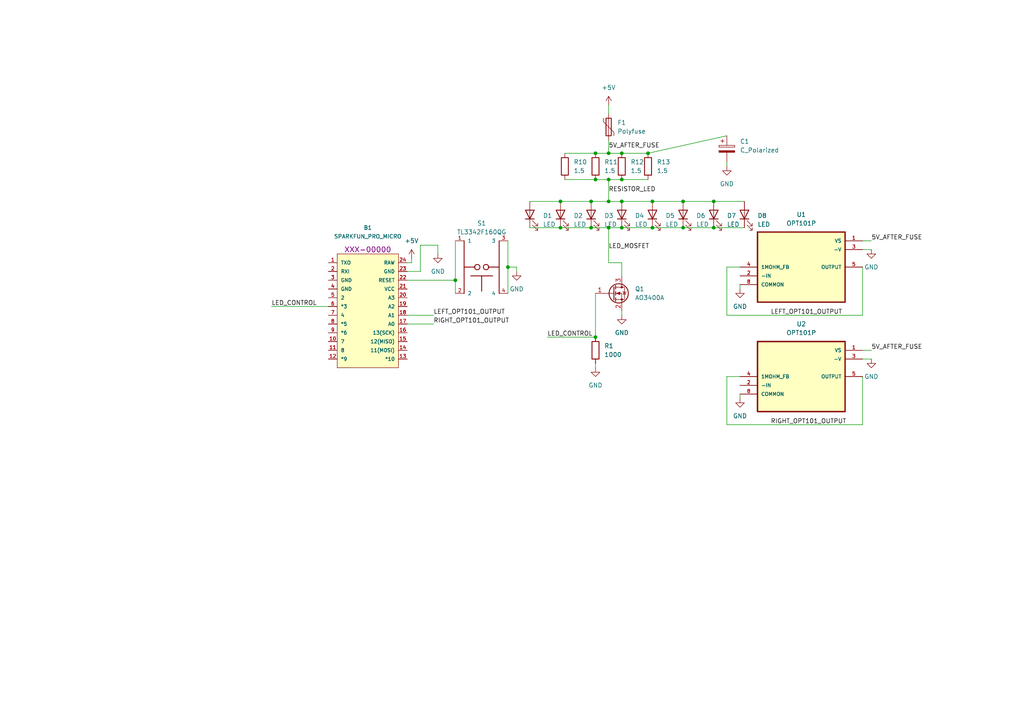
<source format=kicad_sch>
(kicad_sch (version 20230121) (generator eeschema)
  (paper "A4")
  (lib_symbols
    (symbol "Device:C_Polarized" (pin_numbers hide) (pin_names (offset 0.254))
      (property "Reference" "C" (at 0.635 2.54 0))
      (property "Value" "C_Polarized" (at 0.635 -2.54 0))
      (symbol "C_Polarized_0_1"
        (rectangle (start -2.286 0.508) (end 2.286 1.016))
        (polyline (pts (xy -1.778 2.286) (xy -0.762 2.286)))
        (polyline (pts (xy -1.27 2.794) (xy -1.27 1.778)))
        (rectangle (start 2.286 -0.508) (end -2.286 -1.016) (fill (type outline)))
      )
      (symbol "C_Polarized_1_1"
        (pin passive line (at 0 3.81 270) (length 2.794) (name "~") (number "1"))
        (pin passive line (at 0 -3.81 90) (length 2.794) (name "~") (number "2"))
      )
    )
    (symbol "Device:LED" (pin_numbers hide) (pin_names (offset 1.016) hide)
      (property "Reference" "D" (at 0 2.54 0))
      (property "Value" "LED" (at 0 -2.54 0))
      (symbol "LED_0_1"
        (polyline (pts (xy -1.27 -1.27) (xy -1.27 1.27)) (stroke (width 0.254)))
        (polyline (pts (xy -1.27 0) (xy 1.27 0)))
        (polyline (pts (xy 1.27 -1.27) (xy 1.27 1.27) (xy -1.27 0) (xy 1.27 -1.27)) (stroke (width 0.254)))
        (polyline (pts (xy -3.048 -0.762) (xy -4.572 -2.286) (xy -3.81 -2.286) (xy -4.572 -2.286) (xy -4.572 -1.524)))
        (polyline (pts (xy -1.778 -0.762) (xy -3.302 -2.286) (xy -2.54 -2.286) (xy -3.302 -2.286) (xy -3.302 -1.524)))
      )
      (symbol "LED_1_1"
        (pin passive line (at -3.81 0 0) (length 2.54) (name "K") (number "1"))
        (pin passive line (at 3.81 0 180) (length 2.54) (name "A") (number "2"))
      )
    )
    (symbol "Device:Polyfuse" (pin_numbers hide) (pin_names (offset 0))
      (property "Reference" "F" (at -2.54 0 90))
      (property "Value" "Polyfuse" (at 2.54 0 90))
      (symbol "Polyfuse_0_1"
        (rectangle (start -0.762 2.54) (end 0.762 -2.54) (stroke (width 0.254)))
        (polyline (pts (xy 0 2.54) (xy 0 -2.54)))
        (polyline (pts (xy -1.524 2.54) (xy -1.524 1.524) (xy 1.524 -1.524) (xy 1.524 -2.54)))
      )
      (symbol "Polyfuse_1_1"
        (pin passive line (at 0 3.81 270) (length 1.27) (name "~") (number "1"))
        (pin passive line (at 0 -3.81 90) (length 1.27) (name "~") (number "2"))
      )
    )
    (symbol "Device:R" (pin_numbers hide) (pin_names (offset 0))
      (property "Reference" "R" (at 2.032 0 90))
      (property "Value" "R" (at 0 0 90))
      (symbol "R_0_1"
        (rectangle (start -1.016 -2.54) (end 1.016 2.54) (stroke (width 0.254)))
      )
      (symbol "R_1_1"
        (pin passive line (at 0 3.81 270) (length 1.27) (name "~") (number "1"))
        (pin passive line (at 0 -3.81 90) (length 1.27) (name "~") (number "2"))
      )
    )
    (symbol "OPT101:OPT101P" (pin_names (offset 1.016))
      (property "Reference" "U" (at -12.7 11.16 0))
      (property "Value" "OPT101P" (at -12.7 -14.16 0))
      (symbol "OPT101P_0_0"
        (rectangle (start -12.7 -10.16) (end 12.7 10.16) (stroke (width 0.41)) (fill (type background)))
        (pin power_in line (at 17.78 7.62 180) (length 5.08) (name "VS") (number "1"))
        (pin input line (at -17.78 -2.54 0) (length 5.08) (name "-IN") (number "2"))
        (pin power_in line (at 17.78 5.08 180) (length 5.08) (name "-V") (number "3"))
        (pin input line (at -17.78 0 0) (length 5.08) (name "1MOHM_FB") (number "4"))
        (pin output line (at 17.78 0 180) (length 5.08) (name "OUTPUT") (number "5"))
        (pin input line (at -17.78 -5.08 0) (length 5.08) (name "COMMON") (number "8"))
      )
    )
    (symbol "Sparkfun.Boards:SPARKFUN_PRO_MICRO" (pin_names (offset 1.016))
      (property "Reference" "B" (at -8.89 17.78 0))
      (property "Value" "SPARKFUN_PRO_MICRO" (at -8.89 -19.05 0))
      (property "Field4" "XXX-00000" (at 0 21.59 0))
      (symbol "SPARKFUN_PRO_MICRO_1_1"
        (polyline (pts (xy -8.89 16.51) (xy -8.89 -16.51) (xy 8.89 -16.51) (xy 8.89 16.51) (xy -8.89 16.51)) (fill (type background)))
        (pin bidirectional line (at -11.43 13.97 0) (length 2.54) (name "TXO") (number "1"))
        (pin bidirectional line (at -11.43 -8.89 0) (length 2.54) (name "7") (number "10"))
        (pin bidirectional line (at -11.43 -11.43 0) (length 2.54) (name "8") (number "11"))
        (pin bidirectional line (at -11.43 -13.97 0) (length 2.54) (name "*9") (number "12"))
        (pin bidirectional line (at 11.43 -13.97 180) (length 2.54) (name "*10") (number "13"))
        (pin bidirectional line (at 11.43 -11.43 180) (length 2.54) (name "11(MOSI)") (number "14"))
        (pin bidirectional line (at 11.43 -8.89 180) (length 2.54) (name "12(MISO)") (number "15"))
        (pin bidirectional line (at 11.43 -6.35 180) (length 2.54) (name "13(SCK)") (number "16"))
        (pin bidirectional line (at 11.43 -3.81 180) (length 2.54) (name "A0") (number "17"))
        (pin bidirectional line (at 11.43 -1.27 180) (length 2.54) (name "A1") (number "18"))
        (pin bidirectional line (at 11.43 1.27 180) (length 2.54) (name "A2") (number "19"))
        (pin bidirectional line (at -11.43 11.43 0) (length 2.54) (name "RXI") (number "2"))
        (pin bidirectional line (at 11.43 3.81 180) (length 2.54) (name "A3") (number "20"))
        (pin power_in line (at 11.43 6.35 180) (length 2.54) (name "VCC") (number "21"))
        (pin bidirectional line (at 11.43 8.89 180) (length 2.54) (name "RESET") (number "22"))
        (pin power_in line (at 11.43 11.43 180) (length 2.54) (name "GND") (number "23"))
        (pin power_in line (at 11.43 13.97 180) (length 2.54) (name "RAW") (number "24"))
        (pin power_in line (at -11.43 8.89 0) (length 2.54) (name "GND") (number "3"))
        (pin power_in line (at -11.43 6.35 0) (length 2.54) (name "GND") (number "4"))
        (pin bidirectional line (at -11.43 3.81 0) (length 2.54) (name "2") (number "5"))
        (pin bidirectional line (at -11.43 1.27 0) (length 2.54) (name "*3") (number "6"))
        (pin bidirectional line (at -11.43 -1.27 0) (length 2.54) (name "4") (number "7"))
        (pin bidirectional line (at -11.43 -3.81 0) (length 2.54) (name "*5") (number "8"))
        (pin bidirectional line (at -11.43 -6.35 0) (length 2.54) (name "*6") (number "9"))
      )
    )
    (symbol "TactileSwitch:TL3342F160QG" (pin_names (offset 1.016))
      (property "Reference" "S" (at -8.9062 11.4509 0))
      (property "Value" "TL3342F160QG" (at -8.898 -12.7114 0))
      (symbol "TL3342F160QG_0_0"
        (circle (center 0 -1.27) (radius 0.762) (stroke (width 0.254)))
        (polyline (pts (xy -7.62 -5.08) (xy 0 -5.08)) (stroke (width 0.254)))
        (polyline (pts (xy -7.62 5.08) (xy 0 5.08)) (stroke (width 0.254)))
        (polyline (pts (xy 0 -5.08) (xy 7.62 -5.08)) (stroke (width 0.254)))
        (polyline (pts (xy 0 -1.905) (xy 0 -5.08)) (stroke (width 0.254)))
        (polyline (pts (xy 0 1.905) (xy 0 5.08)) (stroke (width 0.254)))
        (polyline (pts (xy 0 5.08) (xy 7.62 5.08)) (stroke (width 0.254)))
        (polyline (pts (xy 2.54 0) (xy 2.54 -3.175)) (stroke (width 0.254)))
        (polyline (pts (xy 2.54 0) (xy 6.985 0)) (stroke (width 0.254)))
        (polyline (pts (xy 2.54 3.175) (xy 2.54 0)) (stroke (width 0.254)))
        (circle (center 0 1.27) (radius 0.762) (stroke (width 0.254)))
        (pin passive line (at -7.62 -7.62 90) (length 2.54) (name "1") (number "1"))
        (pin passive line (at 7.62 -7.62 90) (length 2.54) (name "2") (number "2"))
        (pin passive line (at -7.62 7.62 270) (length 2.54) (name "3") (number "3"))
        (pin passive line (at 7.62 7.62 270) (length 2.54) (name "4") (number "4"))
      )
    )
    (symbol "Transistor_FET:AO3400A" (pin_names hide)
      (property "Reference" "Q" (at 5.08 1.905 0))
      (property "Value" "AO3400A" (at 5.08 0 0))
      (symbol "AO3400A_0_1"
        (polyline (pts (xy 0.254 0) (xy -2.54 0)))
        (polyline (pts (xy 0.254 1.905) (xy 0.254 -1.905)) (stroke (width 0.254)))
        (polyline (pts (xy 0.762 -1.27) (xy 0.762 -2.286)) (stroke (width 0.254)))
        (polyline (pts (xy 0.762 0.508) (xy 0.762 -0.508)) (stroke (width 0.254)))
        (polyline (pts (xy 0.762 2.286) (xy 0.762 1.27)) (stroke (width 0.254)))
        (polyline (pts (xy 2.54 2.54) (xy 2.54 1.778)))
        (polyline (pts (xy 2.54 -2.54) (xy 2.54 0) (xy 0.762 0)))
        (polyline (pts (xy 0.762 -1.778) (xy 3.302 -1.778) (xy 3.302 1.778) (xy 0.762 1.778)))
        (polyline (pts (xy 1.016 0) (xy 2.032 0.381) (xy 2.032 -0.381) (xy 1.016 0)) (fill (type outline)))
        (polyline (pts (xy 2.794 0.508) (xy 2.921 0.381) (xy 3.683 0.381) (xy 3.81 0.254)))
        (polyline (pts (xy 3.302 0.381) (xy 2.921 -0.254) (xy 3.683 -0.254) (xy 3.302 0.381)))
        (circle (center 1.651 0) (radius 2.794) (stroke (width 0.254)))
        (circle (center 2.54 -1.778) (radius 0.254) (fill (type outline)))
        (circle (center 2.54 1.778) (radius 0.254) (fill (type outline)))
      )
      (symbol "AO3400A_1_1"
        (pin input line (at -5.08 0 0) (length 2.54) (name "G") (number "1"))
        (pin passive line (at 2.54 -5.08 90) (length 2.54) (name "S") (number "2"))
        (pin passive line (at 2.54 5.08 270) (length 2.54) (name "D") (number "3"))
      )
    )
    (symbol "power:+5V" (power) (pin_names (offset 0))
      (property "Value" "+5V" (at 0 3.556 0))
      (symbol "+5V_0_1"
        (polyline (pts (xy -0.762 1.27) (xy 0 2.54)))
        (polyline (pts (xy 0 0) (xy 0 2.54)))
        (polyline (pts (xy 0 2.54) (xy 0.762 1.27)))
      )
      (symbol "+5V_1_1"
        (pin power_in line (at 0 0 90) (length 0) hide (name "+5V") (number "1"))
      )
    )
    (symbol "power:GND" (power) (pin_names (offset 0))
      (property "Value" "GND" (at 0 -3.81 0))
      (symbol "GND_0_1"
        (polyline (pts (xy 0 0) (xy 0 -1.27) (xy 1.27 -1.27) (xy 0 -2.54) (xy -1.27 -1.27) (xy 0 -1.27)))
      )
      (symbol "GND_1_1"
        (pin power_in line (at 0 0 270) (length 0) hide (name "GND") (number "1"))
      )
    )
  )
  (junction (at 172.72 44.45))
  (junction (at 171.45 58.42))
  (junction (at 198.12 66.04))
  (junction (at 180.34 66.04))
  (junction (at 180.34 52.07))
  (junction (at 172.72 52.07))
  (junction (at 187.96 44.45))
  (junction (at 207.01 66.04))
  (junction (at 176.53 66.04))
  (junction (at 207.01 58.42))
  (junction (at 198.12 58.42))
  (junction (at 176.53 44.45))
  (junction (at 176.53 52.07))
  (junction (at 176.53 58.42))
  (junction (at 180.34 58.42))
  (junction (at 162.56 66.04))
  (junction (at 147.32 77.47))
  (junction (at 189.23 66.04))
  (junction (at 189.23 58.42))
  (junction (at 162.56 58.42))
  (junction (at 171.45 66.04))
  (junction (at 132.08 81.28))
  (junction (at 172.72 97.79))
  (junction (at 180.34 44.45))
  (wire (pts (xy 189.23 58.42) (xy 198.12 58.42)))
  (wire (pts (xy 176.53 58.42) (xy 180.34 58.42)))
  (wire (pts (xy 180.34 90.17) (xy 180.34 91.44)))
  (wire (pts (xy 153.67 66.04) (xy 162.56 66.04)))
  (wire (pts (xy 214.63 114.3) (xy 214.63 115.57)))
  (wire (pts (xy 210.82 91.44) (xy 210.82 77.47)))
  (wire (pts (xy 172.72 44.45) (xy 163.83 44.45)))
  (wire (pts (xy 180.34 52.07) (xy 187.96 52.07)))
  (wire (pts (xy 127 71.12) (xy 127 73.66)))
  (wire (pts (xy 250.19 104.14) (xy 252.73 104.14)))
  (wire (pts (xy 210.82 46.99) (xy 210.82 48.26)))
  (wire (pts (xy 176.53 44.45) (xy 180.34 44.45)))
  (wire (pts (xy 176.53 76.2) (xy 176.53 66.04)))
  (wire (pts (xy 198.12 66.04) (xy 207.01 66.04)))
  (wire (pts (xy 176.53 66.04) (xy 180.34 66.04)))
  (wire (pts (xy 162.56 66.04) (xy 171.45 66.04)))
  (wire (pts (xy 132.08 69.85) (xy 132.08 81.28)))
  (wire (pts (xy 180.34 44.45) (xy 187.96 44.45)))
  (wire (pts (xy 250.19 77.47) (xy 250.19 91.44)))
  (wire (pts (xy 118.11 78.74) (xy 121.92 78.74)))
  (wire (pts (xy 147.32 77.47) (xy 149.86 77.47)))
  (wire (pts (xy 176.53 52.07) (xy 176.53 58.42)))
  (wire (pts (xy 198.12 58.42) (xy 207.01 58.42)))
  (wire (pts (xy 153.67 58.42) (xy 162.56 58.42)))
  (wire (pts (xy 180.34 76.2) (xy 176.53 76.2)))
  (wire (pts (xy 172.72 52.07) (xy 176.53 52.07)))
  (wire (pts (xy 118.11 93.98) (xy 125.73 93.98)))
  (wire (pts (xy 176.53 44.45) (xy 172.72 44.45)))
  (wire (pts (xy 118.11 91.44) (xy 125.73 91.44)))
  (wire (pts (xy 176.53 40.64) (xy 176.53 44.45)))
  (wire (pts (xy 121.92 78.74) (xy 121.92 71.12)))
  (wire (pts (xy 172.72 85.09) (xy 172.72 97.79)))
  (wire (pts (xy 250.19 123.19) (xy 210.82 123.19)))
  (wire (pts (xy 250.19 109.22) (xy 250.19 123.19)))
  (wire (pts (xy 210.82 123.19) (xy 210.82 109.22)))
  (wire (pts (xy 207.01 58.42) (xy 215.9 58.42)))
  (wire (pts (xy 162.56 58.42) (xy 171.45 58.42)))
  (wire (pts (xy 250.19 91.44) (xy 210.82 91.44)))
  (wire (pts (xy 171.45 58.42) (xy 176.53 58.42)))
  (wire (pts (xy 118.11 81.28) (xy 132.08 81.28)))
  (wire (pts (xy 163.83 52.07) (xy 172.72 52.07)))
  (wire (pts (xy 187.96 44.45) (xy 210.82 39.37)))
  (wire (pts (xy 210.82 77.47) (xy 214.63 77.47)))
  (wire (pts (xy 180.34 66.04) (xy 189.23 66.04)))
  (wire (pts (xy 147.32 77.47) (xy 147.32 85.09)))
  (wire (pts (xy 172.72 105.41) (xy 172.72 106.68)))
  (wire (pts (xy 250.19 101.6) (xy 252.73 101.6)))
  (wire (pts (xy 180.34 76.2) (xy 180.34 80.01)))
  (wire (pts (xy 207.01 66.04) (xy 215.9 66.04)))
  (wire (pts (xy 118.11 76.2) (xy 119.38 76.2)))
  (wire (pts (xy 132.08 81.28) (xy 132.08 85.09)))
  (wire (pts (xy 78.74 88.9) (xy 95.25 88.9)))
  (wire (pts (xy 158.75 97.79) (xy 172.72 97.79)))
  (wire (pts (xy 147.32 69.85) (xy 147.32 77.47)))
  (wire (pts (xy 250.19 69.85) (xy 252.73 69.85)))
  (wire (pts (xy 176.53 30.48) (xy 176.53 33.02)))
  (wire (pts (xy 180.34 58.42) (xy 189.23 58.42)))
  (wire (pts (xy 171.45 66.04) (xy 176.53 66.04)))
  (wire (pts (xy 149.86 77.47) (xy 149.86 78.74)))
  (wire (pts (xy 250.19 72.39) (xy 252.73 72.39)))
  (wire (pts (xy 176.53 52.07) (xy 180.34 52.07)))
  (wire (pts (xy 119.38 76.2) (xy 119.38 74.93)))
  (wire (pts (xy 189.23 66.04) (xy 198.12 66.04)))
  (wire (pts (xy 210.82 109.22) (xy 214.63 109.22)))
  (wire (pts (xy 214.63 82.55) (xy 214.63 83.82)))
  (wire (pts (xy 121.92 71.12) (xy 127 71.12)))
  (label "RESISTOR_LED" (at 176.53 55.88 0))
  (label "RIGHT_OPT101_OUTPUT" (at 223.52 123.19 0))
  (label "5V_AFTER_FUSE" (at 176.53 43.18 0))
  (label "RIGHT_OPT101_OUTPUT" (at 125.73 93.98 0))
  (label "5V_AFTER_FUSE" (at 252.73 101.6 0))
  (label "LED_MOSFET" (at 176.53 72.39 0))
  (label "LED_CONTROL" (at 78.74 88.9 0))
  (label "5V_AFTER_FUSE" (at 252.73 69.85 0))
  (label "LEFT_OPT101_OUTPUT" (at 223.52 91.44 0))
  (label "LED_CONTROL" (at 158.75 97.79 0))
  (label "LEFT_OPT101_OUTPUT" (at 125.73 91.44 0))
  (symbol (lib_id "Device:R") (at 172.72 48.26 0) (unit 1)
    (property "Reference" "R11" (at 175.26 46.9899 0) (effects (justify left)))
    (property "Value" "1.5" (at 175.26 49.5299 0) (effects (justify left)))
    (property "Footprint" "Resistor_SMD:R_2512_6332Metric_Pad1.40x3.35mm_HandSolder" (effects hide))
  )
  (symbol (lib_id "Device:R") (at 172.72 101.6 0) (unit 1)
    (property "Reference" "R1" (at 175.26 100.3299 0) (effects (justify left)))
    (property "Value" "1000" (at 175.26 102.8699 0) (effects (justify left)))
    (property "Footprint" "Resistor_SMD:R_0603_1608Metric_Pad0.98x0.95mm_HandSolder" (effects hide))
  )
  (symbol (lib_id "power:GND") (at 210.82 48.26 0) (unit 1)
    (property "Reference" "#PWR0104" (effects hide))
    (property "Value" "GND" (at 210.82 53.34 0))
  )
  (symbol (lib_id "power:GND") (at 252.73 72.39 0) (unit 1)
    (property "Reference" "#PWR0110" (effects hide))
    (property "Value" "GND" (at 252.73 77.47 0))
  )
  (symbol (lib_id "Transistor_FET:AO3400A") (at 177.8 85.09 0) (unit 1)
    (property "Reference" "Q1" (at 184.15 83.8199 0) (effects (justify left)))
    (property "Value" "AO3400A" (at 184.15 86.3599 0) (effects (justify left)))
    (property "Footprint" "Package_TO_SOT_SMD:SOT-23" (effects hide))
    (property "Datasheet" "http://www.aosmd.com/pdfs/datasheet/AO3400A.pdf" (effects hide))
  )
  (symbol (lib_id "power:+5V") (at 119.38 74.93 0) (unit 1)
    (property "Reference" "#PWR0111" (effects hide))
    (property "Value" "+5V" (at 119.38 69.85 0))
  )
  (symbol (lib_id "power:GND") (at 149.86 78.74 0) (unit 1)
    (property "Reference" "#PWR0112" (effects hide))
    (property "Value" "GND" (at 149.86 83.82 0))
  )
  (symbol (lib_id "Device:Polyfuse") (at 176.53 36.83 0) (unit 1)
    (property "Reference" "F1" (at 179.07 35.56 0) (effects (justify left)))
    (property "Value" "Polyfuse" (at 179.07 38.1 0) (effects (justify left)))
    (property "Footprint" "Fuse:Fuse_0805_2012Metric_Pad1.15x1.40mm_HandSolder" (effects hide))
  )
  (symbol (lib_id "power:GND") (at 172.72 106.68 0) (unit 1)
    (property "Reference" "#PWR0102" (effects hide))
    (property "Value" "GND" (at 172.72 111.76 0))
  )
  (symbol (lib_id "Device:LED") (at 198.12 62.23 90) (unit 1)
    (property "Reference" "D6" (at 201.93 62.5474 90) (effects (justify right)))
    (property "Value" "LED" (at 201.93 65.0874 90) (effects (justify right)))
    (property "Footprint" "LED_THT:LED_D5.0mm" (effects hide))
  )
  (symbol (lib_id "Sparkfun.Boards:SPARKFUN_PRO_MICRO") (at 106.68 90.17 0) (unit 1)
    (property "Reference" "B1" (at 106.68 66.04 0) (effects (font (size 1.143 1.143))))
    (property "Value" "SPARKFUN_PRO_MICRO" (at 106.68 68.58 0) (effects (font (size 1.143 1.143))))
    (property "Footprint" "Sparkfun.Boards:SPARKFUN_PRO_MICRO" (effects hide))
    (property "Field4" "XXX-00000" (at 106.68 72.39 0) (effects (font (size 1.524 1.524))))
  )
  (symbol (lib_id "power:GND") (at 127 73.66 0) (unit 1)
    (property "Reference" "#PWR0113" (effects hide))
    (property "Value" "GND" (at 127 78.74 0))
  )
  (symbol (lib_id "power:GND") (at 180.34 91.44 0) (unit 1)
    (property "Reference" "#PWR0103" (effects hide))
    (property "Value" "GND" (at 180.34 96.52 0))
  )
  (symbol (lib_id "OPT101:OPT101P") (at 232.41 109.22 0) (unit 1)
    (property "Reference" "U2" (at 232.41 93.98 0))
    (property "Value" "OPT101P" (at 232.41 96.52 0))
    (property "Footprint" "OPT101:DIP762W46P254L952H419Q8" (effects hide))
  )
  (symbol (lib_id "Device:LED") (at 171.45 62.23 90) (unit 1)
    (property "Reference" "D3" (at 175.26 62.5474 90) (effects (justify right)))
    (property "Value" "LED" (at 175.26 65.0874 90) (effects (justify right)))
    (property "Footprint" "LED_THT:LED_D5.0mm" (effects hide))
  )
  (symbol (lib_id "Device:LED") (at 207.01 62.23 90) (unit 1)
    (property "Reference" "D7" (at 210.82 62.5474 90) (effects (justify right)))
    (property "Value" "LED" (at 210.82 65.0874 90) (effects (justify right)))
    (property "Footprint" "LED_THT:LED_D5.0mm" (effects hide))
  )
  (symbol (lib_id "Device:R") (at 180.34 48.26 0) (unit 1)
    (property "Reference" "R12" (at 182.88 46.9899 0) (effects (justify left)))
    (property "Value" "1.5" (at 182.88 49.5299 0) (effects (justify left)))
    (property "Footprint" "Resistor_SMD:R_2512_6332Metric_Pad1.40x3.35mm_HandSolder" (effects hide))
  )
  (symbol (lib_id "power:GND") (at 214.63 83.82 0) (unit 1)
    (property "Reference" "#PWR0106" (effects hide))
    (property "Value" "GND" (at 214.63 88.9 0))
  )
  (symbol (lib_id "OPT101:OPT101P") (at 232.41 77.47 0) (unit 1)
    (property "Reference" "U1" (at 232.41 62.23 0))
    (property "Value" "OPT101P" (at 232.41 64.77 0))
    (property "Footprint" "OPT101:DIP762W46P254L952H419Q8" (effects hide))
  )
  (symbol (lib_id "power:+5V") (at 176.53 30.48 0) (unit 1)
    (property "Reference" "#PWR0101" (effects hide))
    (property "Value" "+5V" (at 176.53 25.4 0))
  )
  (symbol (lib_id "Device:LED") (at 189.23 62.23 90) (unit 1)
    (property "Reference" "D5" (at 193.04 62.5474 90) (effects (justify right)))
    (property "Value" "LED" (at 193.04 65.0874 90) (effects (justify right)))
    (property "Footprint" "LED_THT:LED_D5.0mm" (effects hide))
  )
  (symbol (lib_id "TactileSwitch:TL3342F160QG") (at 139.7 77.47 270) (unit 1)
    (property "Reference" "S1" (at 139.7 64.77 90))
    (property "Value" "TL3342F160QG" (at 139.7 67.31 90))
    (property "Footprint" "Tactile.Switch:SW_TL3342F160QG" (effects hide))
    (property "MANUFACTURER" "E SWITCH" (effects hide))
  )
  (symbol (lib_id "Device:R") (at 187.96 48.26 0) (unit 1)
    (property "Reference" "R13" (at 190.5 46.9899 0) (effects (justify left)))
    (property "Value" "1.5" (at 190.5 49.5299 0) (effects (justify left)))
    (property "Footprint" "Resistor_SMD:R_2512_6332Metric_Pad1.40x3.35mm_HandSolder" (effects hide))
  )
  (symbol (lib_id "power:GND") (at 214.63 115.57 0) (unit 1)
    (property "Reference" "#PWR0105" (effects hide))
    (property "Value" "GND" (at 214.63 120.65 0))
  )
  (symbol (lib_id "Device:LED") (at 180.34 62.23 90) (unit 1)
    (property "Reference" "D4" (at 184.15 62.5474 90) (effects (justify right)))
    (property "Value" "LED" (at 184.15 65.0874 90) (effects (justify right)))
    (property "Footprint" "LED_THT:LED_D5.0mm" (effects hide))
  )
  (symbol (lib_id "power:GND") (at 252.73 104.14 0) (unit 1)
    (property "Reference" "#PWR0108" (effects hide))
    (property "Value" "GND" (at 252.73 109.22 0))
  )
  (symbol (lib_id "Device:R") (at 163.83 48.26 0) (unit 1)
    (property "Reference" "R10" (at 166.37 46.9899 0) (effects (justify left)))
    (property "Value" "1.5" (at 166.37 49.5299 0) (effects (justify left)))
    (property "Footprint" "Resistor_SMD:R_2512_6332Metric_Pad1.40x3.35mm_HandSolder" (effects hide))
  )
  (symbol (lib_id "Device:C_Polarized") (at 210.82 43.18 0) (unit 1)
    (property "Reference" "C1" (at 214.63 41.0209 0) (effects (justify left)))
    (property "Value" "C_Polarized" (at 214.63 43.5609 0) (effects (justify left)))
    (property "Footprint" "Capacitor_THT:C_Radial_D6.3mm_H11.0mm_P2.50mm" (effects hide))
  )
  (symbol (lib_id "Device:LED") (at 162.56 62.23 90) (unit 1)
    (property "Reference" "D2" (at 166.37 62.5474 90) (effects (justify right)))
    (property "Value" "LED" (at 166.37 65.0874 90) (effects (justify right)))
    (property "Footprint" "LED_THT:LED_D5.0mm" (effects hide))
  )
  (symbol (lib_id "Device:LED") (at 215.9 62.23 90) (unit 1)
    (property "Reference" "D8" (at 219.71 62.5474 90) (effects (justify right)))
    (property "Value" "LED" (at 219.71 65.0874 90) (effects (justify right)))
    (property "Footprint" "LED_THT:LED_D5.0mm" (effects hide))
  )
  (symbol (lib_id "Device:LED") (at 153.67 62.23 90) (unit 1)
    (property "Reference" "D1" (at 157.48 62.5474 90) (effects (justify right)))
    (property "Value" "LED" (at 157.48 65.0874 90) (effects (justify right)))
    (property "Footprint" "LED_THT:LED_D5.0mm" (effects hide))
  )
)
</source>
